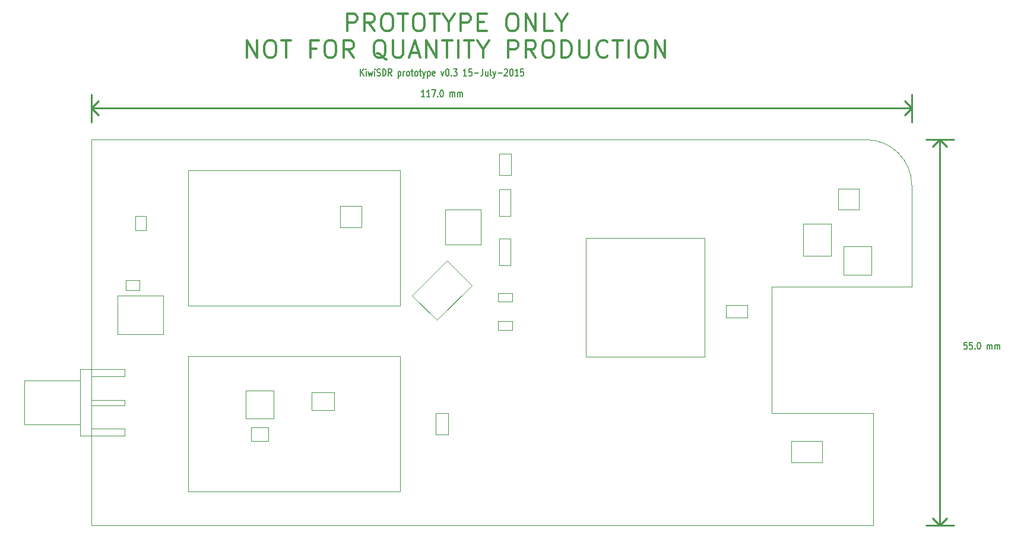
<source format=gbr>
G04 (created by PCBNEW (2013-mar-25)-stable) date Wednesday, January 13, 2016 08:40:10 PM*
%MOIN*%
G04 Gerber Fmt 3.4, Leading zero omitted, Abs format*
%FSLAX34Y34*%
G01*
G70*
G90*
G04 APERTURE LIST*
%ADD10C,0.006*%
%ADD11C,0.00590551*%
%ADD12C,0.011811*%
%ADD13C,0.00984252*%
%ADD14C,0.000393701*%
%ADD15C,0.000787402*%
G04 APERTURE END LIST*
G54D10*
G54D11*
X45031Y-24962D02*
X45031Y-24568D01*
X45211Y-24962D02*
X45076Y-24737D01*
X45211Y-24568D02*
X45031Y-24793D01*
X45346Y-24962D02*
X45346Y-24700D01*
X45346Y-24568D02*
X45331Y-24587D01*
X45346Y-24606D01*
X45361Y-24587D01*
X45346Y-24568D01*
X45346Y-24606D01*
X45466Y-24700D02*
X45526Y-24962D01*
X45586Y-24775D01*
X45646Y-24962D01*
X45706Y-24700D01*
X45826Y-24962D02*
X45826Y-24700D01*
X45826Y-24568D02*
X45811Y-24587D01*
X45826Y-24606D01*
X45841Y-24587D01*
X45826Y-24568D01*
X45826Y-24606D01*
X45961Y-24943D02*
X46006Y-24962D01*
X46081Y-24962D01*
X46111Y-24943D01*
X46126Y-24925D01*
X46141Y-24887D01*
X46141Y-24850D01*
X46126Y-24812D01*
X46111Y-24793D01*
X46081Y-24775D01*
X46021Y-24756D01*
X45991Y-24737D01*
X45976Y-24718D01*
X45961Y-24681D01*
X45961Y-24643D01*
X45976Y-24606D01*
X45991Y-24587D01*
X46021Y-24568D01*
X46096Y-24568D01*
X46141Y-24587D01*
X46276Y-24962D02*
X46276Y-24568D01*
X46351Y-24568D01*
X46396Y-24587D01*
X46426Y-24625D01*
X46441Y-24662D01*
X46456Y-24737D01*
X46456Y-24793D01*
X46441Y-24868D01*
X46426Y-24906D01*
X46396Y-24943D01*
X46351Y-24962D01*
X46276Y-24962D01*
X46771Y-24962D02*
X46666Y-24775D01*
X46591Y-24962D02*
X46591Y-24568D01*
X46711Y-24568D01*
X46741Y-24587D01*
X46756Y-24606D01*
X46771Y-24643D01*
X46771Y-24700D01*
X46756Y-24737D01*
X46741Y-24756D01*
X46711Y-24775D01*
X46591Y-24775D01*
X47146Y-24700D02*
X47146Y-25093D01*
X47146Y-24718D02*
X47176Y-24700D01*
X47236Y-24700D01*
X47266Y-24718D01*
X47281Y-24737D01*
X47296Y-24775D01*
X47296Y-24887D01*
X47281Y-24925D01*
X47266Y-24943D01*
X47236Y-24962D01*
X47176Y-24962D01*
X47146Y-24943D01*
X47431Y-24962D02*
X47431Y-24700D01*
X47431Y-24775D02*
X47446Y-24737D01*
X47461Y-24718D01*
X47491Y-24700D01*
X47521Y-24700D01*
X47671Y-24962D02*
X47641Y-24943D01*
X47626Y-24925D01*
X47611Y-24887D01*
X47611Y-24775D01*
X47626Y-24737D01*
X47641Y-24718D01*
X47671Y-24700D01*
X47716Y-24700D01*
X47746Y-24718D01*
X47761Y-24737D01*
X47776Y-24775D01*
X47776Y-24887D01*
X47761Y-24925D01*
X47746Y-24943D01*
X47716Y-24962D01*
X47671Y-24962D01*
X47866Y-24700D02*
X47986Y-24700D01*
X47911Y-24568D02*
X47911Y-24906D01*
X47926Y-24943D01*
X47956Y-24962D01*
X47986Y-24962D01*
X48136Y-24962D02*
X48106Y-24943D01*
X48091Y-24925D01*
X48076Y-24887D01*
X48076Y-24775D01*
X48091Y-24737D01*
X48106Y-24718D01*
X48136Y-24700D01*
X48181Y-24700D01*
X48211Y-24718D01*
X48226Y-24737D01*
X48241Y-24775D01*
X48241Y-24887D01*
X48226Y-24925D01*
X48211Y-24943D01*
X48181Y-24962D01*
X48136Y-24962D01*
X48331Y-24700D02*
X48451Y-24700D01*
X48376Y-24568D02*
X48376Y-24906D01*
X48391Y-24943D01*
X48421Y-24962D01*
X48451Y-24962D01*
X48526Y-24700D02*
X48601Y-24962D01*
X48676Y-24700D02*
X48601Y-24962D01*
X48571Y-25056D01*
X48556Y-25074D01*
X48526Y-25093D01*
X48796Y-24700D02*
X48796Y-25093D01*
X48796Y-24718D02*
X48826Y-24700D01*
X48886Y-24700D01*
X48916Y-24718D01*
X48931Y-24737D01*
X48946Y-24775D01*
X48946Y-24887D01*
X48931Y-24925D01*
X48916Y-24943D01*
X48886Y-24962D01*
X48826Y-24962D01*
X48796Y-24943D01*
X49201Y-24943D02*
X49171Y-24962D01*
X49111Y-24962D01*
X49081Y-24943D01*
X49066Y-24906D01*
X49066Y-24756D01*
X49081Y-24718D01*
X49111Y-24700D01*
X49171Y-24700D01*
X49201Y-24718D01*
X49216Y-24756D01*
X49216Y-24793D01*
X49066Y-24831D01*
X49561Y-24700D02*
X49636Y-24962D01*
X49711Y-24700D01*
X49891Y-24568D02*
X49921Y-24568D01*
X49951Y-24587D01*
X49966Y-24606D01*
X49981Y-24643D01*
X49996Y-24718D01*
X49996Y-24812D01*
X49981Y-24887D01*
X49966Y-24925D01*
X49951Y-24943D01*
X49921Y-24962D01*
X49891Y-24962D01*
X49861Y-24943D01*
X49846Y-24925D01*
X49831Y-24887D01*
X49816Y-24812D01*
X49816Y-24718D01*
X49831Y-24643D01*
X49846Y-24606D01*
X49861Y-24587D01*
X49891Y-24568D01*
X50131Y-24925D02*
X50146Y-24943D01*
X50131Y-24962D01*
X50116Y-24943D01*
X50131Y-24925D01*
X50131Y-24962D01*
X50251Y-24568D02*
X50446Y-24568D01*
X50341Y-24718D01*
X50386Y-24718D01*
X50416Y-24737D01*
X50431Y-24756D01*
X50446Y-24793D01*
X50446Y-24887D01*
X50431Y-24925D01*
X50416Y-24943D01*
X50386Y-24962D01*
X50296Y-24962D01*
X50266Y-24943D01*
X50251Y-24925D01*
X50986Y-24962D02*
X50806Y-24962D01*
X50896Y-24962D02*
X50896Y-24568D01*
X50866Y-24625D01*
X50836Y-24662D01*
X50806Y-24681D01*
X51271Y-24568D02*
X51121Y-24568D01*
X51106Y-24756D01*
X51121Y-24737D01*
X51151Y-24718D01*
X51226Y-24718D01*
X51256Y-24737D01*
X51271Y-24756D01*
X51286Y-24793D01*
X51286Y-24887D01*
X51271Y-24925D01*
X51256Y-24943D01*
X51226Y-24962D01*
X51151Y-24962D01*
X51121Y-24943D01*
X51106Y-24925D01*
X51421Y-24812D02*
X51661Y-24812D01*
X51901Y-24568D02*
X51901Y-24850D01*
X51886Y-24906D01*
X51856Y-24943D01*
X51811Y-24962D01*
X51781Y-24962D01*
X52185Y-24700D02*
X52185Y-24962D01*
X52050Y-24700D02*
X52050Y-24906D01*
X52065Y-24943D01*
X52095Y-24962D01*
X52140Y-24962D01*
X52170Y-24943D01*
X52185Y-24925D01*
X52380Y-24962D02*
X52350Y-24943D01*
X52335Y-24906D01*
X52335Y-24568D01*
X52470Y-24700D02*
X52545Y-24962D01*
X52620Y-24700D02*
X52545Y-24962D01*
X52515Y-25056D01*
X52500Y-25074D01*
X52470Y-25093D01*
X52740Y-24812D02*
X52980Y-24812D01*
X53115Y-24606D02*
X53130Y-24587D01*
X53160Y-24568D01*
X53235Y-24568D01*
X53265Y-24587D01*
X53280Y-24606D01*
X53295Y-24643D01*
X53295Y-24681D01*
X53280Y-24737D01*
X53100Y-24962D01*
X53295Y-24962D01*
X53490Y-24568D02*
X53520Y-24568D01*
X53550Y-24587D01*
X53565Y-24606D01*
X53580Y-24643D01*
X53595Y-24718D01*
X53595Y-24812D01*
X53580Y-24887D01*
X53565Y-24925D01*
X53550Y-24943D01*
X53520Y-24962D01*
X53490Y-24962D01*
X53460Y-24943D01*
X53445Y-24925D01*
X53430Y-24887D01*
X53415Y-24812D01*
X53415Y-24718D01*
X53430Y-24643D01*
X53445Y-24606D01*
X53460Y-24587D01*
X53490Y-24568D01*
X53895Y-24962D02*
X53715Y-24962D01*
X53805Y-24962D02*
X53805Y-24568D01*
X53775Y-24625D01*
X53745Y-24662D01*
X53715Y-24681D01*
X54180Y-24568D02*
X54030Y-24568D01*
X54015Y-24756D01*
X54030Y-24737D01*
X54060Y-24718D01*
X54135Y-24718D01*
X54165Y-24737D01*
X54180Y-24756D01*
X54195Y-24793D01*
X54195Y-24887D01*
X54180Y-24925D01*
X54165Y-24943D01*
X54135Y-24962D01*
X54060Y-24962D01*
X54030Y-24943D01*
X54015Y-24925D01*
G54D12*
X44277Y-22445D02*
X44277Y-21461D01*
X44652Y-21461D01*
X44745Y-21508D01*
X44792Y-21555D01*
X44839Y-21648D01*
X44839Y-21789D01*
X44792Y-21883D01*
X44745Y-21930D01*
X44652Y-21976D01*
X44277Y-21976D01*
X45823Y-22445D02*
X45495Y-21976D01*
X45261Y-22445D02*
X45261Y-21461D01*
X45636Y-21461D01*
X45730Y-21508D01*
X45777Y-21555D01*
X45823Y-21648D01*
X45823Y-21789D01*
X45777Y-21883D01*
X45730Y-21930D01*
X45636Y-21976D01*
X45261Y-21976D01*
X46433Y-21461D02*
X46620Y-21461D01*
X46714Y-21508D01*
X46808Y-21601D01*
X46855Y-21789D01*
X46855Y-22117D01*
X46808Y-22305D01*
X46714Y-22398D01*
X46620Y-22445D01*
X46433Y-22445D01*
X46339Y-22398D01*
X46245Y-22305D01*
X46198Y-22117D01*
X46198Y-21789D01*
X46245Y-21601D01*
X46339Y-21508D01*
X46433Y-21461D01*
X47136Y-21461D02*
X47698Y-21461D01*
X47417Y-22445D02*
X47417Y-21461D01*
X48214Y-21461D02*
X48401Y-21461D01*
X48495Y-21508D01*
X48589Y-21601D01*
X48636Y-21789D01*
X48636Y-22117D01*
X48589Y-22305D01*
X48495Y-22398D01*
X48401Y-22445D01*
X48214Y-22445D01*
X48120Y-22398D01*
X48026Y-22305D01*
X47979Y-22117D01*
X47979Y-21789D01*
X48026Y-21601D01*
X48120Y-21508D01*
X48214Y-21461D01*
X48917Y-21461D02*
X49479Y-21461D01*
X49198Y-22445D02*
X49198Y-21461D01*
X49995Y-21976D02*
X49995Y-22445D01*
X49667Y-21461D02*
X49995Y-21976D01*
X50323Y-21461D01*
X50651Y-22445D02*
X50651Y-21461D01*
X51026Y-21461D01*
X51120Y-21508D01*
X51167Y-21555D01*
X51213Y-21648D01*
X51213Y-21789D01*
X51167Y-21883D01*
X51120Y-21930D01*
X51026Y-21976D01*
X50651Y-21976D01*
X51635Y-21930D02*
X51963Y-21930D01*
X52104Y-22445D02*
X51635Y-22445D01*
X51635Y-21461D01*
X52104Y-21461D01*
X53463Y-21461D02*
X53651Y-21461D01*
X53744Y-21508D01*
X53838Y-21601D01*
X53885Y-21789D01*
X53885Y-22117D01*
X53838Y-22305D01*
X53744Y-22398D01*
X53651Y-22445D01*
X53463Y-22445D01*
X53369Y-22398D01*
X53276Y-22305D01*
X53229Y-22117D01*
X53229Y-21789D01*
X53276Y-21601D01*
X53369Y-21508D01*
X53463Y-21461D01*
X54307Y-22445D02*
X54307Y-21461D01*
X54869Y-22445D01*
X54869Y-21461D01*
X55807Y-22445D02*
X55338Y-22445D01*
X55338Y-21461D01*
X56322Y-21976D02*
X56322Y-22445D01*
X55994Y-21461D02*
X56322Y-21976D01*
X56650Y-21461D01*
X38652Y-23941D02*
X38652Y-22957D01*
X39215Y-23941D01*
X39215Y-22957D01*
X39871Y-22957D02*
X40059Y-22957D01*
X40152Y-23004D01*
X40246Y-23098D01*
X40293Y-23285D01*
X40293Y-23613D01*
X40246Y-23801D01*
X40152Y-23894D01*
X40059Y-23941D01*
X39871Y-23941D01*
X39777Y-23894D01*
X39684Y-23801D01*
X39637Y-23613D01*
X39637Y-23285D01*
X39684Y-23098D01*
X39777Y-23004D01*
X39871Y-22957D01*
X40574Y-22957D02*
X41137Y-22957D01*
X40855Y-23941D02*
X40855Y-22957D01*
X42543Y-23426D02*
X42215Y-23426D01*
X42215Y-23941D02*
X42215Y-22957D01*
X42683Y-22957D01*
X43246Y-22957D02*
X43433Y-22957D01*
X43527Y-23004D01*
X43621Y-23098D01*
X43667Y-23285D01*
X43667Y-23613D01*
X43621Y-23801D01*
X43527Y-23894D01*
X43433Y-23941D01*
X43246Y-23941D01*
X43152Y-23894D01*
X43058Y-23801D01*
X43011Y-23613D01*
X43011Y-23285D01*
X43058Y-23098D01*
X43152Y-23004D01*
X43246Y-22957D01*
X44652Y-23941D02*
X44324Y-23473D01*
X44089Y-23941D02*
X44089Y-22957D01*
X44464Y-22957D01*
X44558Y-23004D01*
X44605Y-23051D01*
X44652Y-23144D01*
X44652Y-23285D01*
X44605Y-23379D01*
X44558Y-23426D01*
X44464Y-23473D01*
X44089Y-23473D01*
X46480Y-24035D02*
X46386Y-23988D01*
X46292Y-23894D01*
X46152Y-23754D01*
X46058Y-23707D01*
X45964Y-23707D01*
X46011Y-23941D02*
X45917Y-23894D01*
X45823Y-23801D01*
X45777Y-23613D01*
X45777Y-23285D01*
X45823Y-23098D01*
X45917Y-23004D01*
X46011Y-22957D01*
X46198Y-22957D01*
X46292Y-23004D01*
X46386Y-23098D01*
X46433Y-23285D01*
X46433Y-23613D01*
X46386Y-23801D01*
X46292Y-23894D01*
X46198Y-23941D01*
X46011Y-23941D01*
X46855Y-22957D02*
X46855Y-23754D01*
X46901Y-23847D01*
X46948Y-23894D01*
X47042Y-23941D01*
X47230Y-23941D01*
X47323Y-23894D01*
X47370Y-23847D01*
X47417Y-23754D01*
X47417Y-22957D01*
X47839Y-23660D02*
X48308Y-23660D01*
X47745Y-23941D02*
X48073Y-22957D01*
X48401Y-23941D01*
X48729Y-23941D02*
X48729Y-22957D01*
X49292Y-23941D01*
X49292Y-22957D01*
X49620Y-22957D02*
X50182Y-22957D01*
X49901Y-23941D02*
X49901Y-22957D01*
X50510Y-23941D02*
X50510Y-22957D01*
X50838Y-22957D02*
X51401Y-22957D01*
X51120Y-23941D02*
X51120Y-22957D01*
X51916Y-23473D02*
X51916Y-23941D01*
X51588Y-22957D02*
X51916Y-23473D01*
X52245Y-22957D01*
X53323Y-23941D02*
X53323Y-22957D01*
X53697Y-22957D01*
X53791Y-23004D01*
X53838Y-23051D01*
X53885Y-23144D01*
X53885Y-23285D01*
X53838Y-23379D01*
X53791Y-23426D01*
X53697Y-23473D01*
X53323Y-23473D01*
X54869Y-23941D02*
X54541Y-23473D01*
X54307Y-23941D02*
X54307Y-22957D01*
X54682Y-22957D01*
X54775Y-23004D01*
X54822Y-23051D01*
X54869Y-23144D01*
X54869Y-23285D01*
X54822Y-23379D01*
X54775Y-23426D01*
X54682Y-23473D01*
X54307Y-23473D01*
X55479Y-22957D02*
X55666Y-22957D01*
X55760Y-23004D01*
X55853Y-23098D01*
X55900Y-23285D01*
X55900Y-23613D01*
X55853Y-23801D01*
X55760Y-23894D01*
X55666Y-23941D01*
X55479Y-23941D01*
X55385Y-23894D01*
X55291Y-23801D01*
X55244Y-23613D01*
X55244Y-23285D01*
X55291Y-23098D01*
X55385Y-23004D01*
X55479Y-22957D01*
X56322Y-23941D02*
X56322Y-22957D01*
X56556Y-22957D01*
X56697Y-23004D01*
X56791Y-23098D01*
X56838Y-23191D01*
X56885Y-23379D01*
X56885Y-23519D01*
X56838Y-23707D01*
X56791Y-23801D01*
X56697Y-23894D01*
X56556Y-23941D01*
X56322Y-23941D01*
X57306Y-22957D02*
X57306Y-23754D01*
X57353Y-23847D01*
X57400Y-23894D01*
X57494Y-23941D01*
X57681Y-23941D01*
X57775Y-23894D01*
X57822Y-23847D01*
X57869Y-23754D01*
X57869Y-22957D01*
X58900Y-23847D02*
X58853Y-23894D01*
X58712Y-23941D01*
X58619Y-23941D01*
X58478Y-23894D01*
X58384Y-23801D01*
X58338Y-23707D01*
X58291Y-23519D01*
X58291Y-23379D01*
X58338Y-23191D01*
X58384Y-23098D01*
X58478Y-23004D01*
X58619Y-22957D01*
X58712Y-22957D01*
X58853Y-23004D01*
X58900Y-23051D01*
X59181Y-22957D02*
X59744Y-22957D01*
X59462Y-23941D02*
X59462Y-22957D01*
X60072Y-23941D02*
X60072Y-22957D01*
X60728Y-22957D02*
X60915Y-22957D01*
X61009Y-23004D01*
X61103Y-23098D01*
X61150Y-23285D01*
X61150Y-23613D01*
X61103Y-23801D01*
X61009Y-23894D01*
X60915Y-23941D01*
X60728Y-23941D01*
X60634Y-23894D01*
X60540Y-23801D01*
X60494Y-23613D01*
X60494Y-23285D01*
X60540Y-23098D01*
X60634Y-23004D01*
X60728Y-22957D01*
X61571Y-23941D02*
X61571Y-22957D01*
X62134Y-23941D01*
X62134Y-22957D01*
G54D11*
X48631Y-26143D02*
X48451Y-26143D01*
X48541Y-26143D02*
X48541Y-25749D01*
X48511Y-25806D01*
X48481Y-25843D01*
X48451Y-25862D01*
X48931Y-26143D02*
X48751Y-26143D01*
X48841Y-26143D02*
X48841Y-25749D01*
X48811Y-25806D01*
X48781Y-25843D01*
X48751Y-25862D01*
X49036Y-25749D02*
X49246Y-25749D01*
X49111Y-26143D01*
X49366Y-26106D02*
X49381Y-26124D01*
X49366Y-26143D01*
X49351Y-26124D01*
X49366Y-26106D01*
X49366Y-26143D01*
X49576Y-25749D02*
X49606Y-25749D01*
X49636Y-25768D01*
X49651Y-25787D01*
X49666Y-25824D01*
X49681Y-25899D01*
X49681Y-25993D01*
X49666Y-26068D01*
X49651Y-26106D01*
X49636Y-26124D01*
X49606Y-26143D01*
X49576Y-26143D01*
X49546Y-26124D01*
X49531Y-26106D01*
X49516Y-26068D01*
X49501Y-25993D01*
X49501Y-25899D01*
X49516Y-25824D01*
X49531Y-25787D01*
X49546Y-25768D01*
X49576Y-25749D01*
X50056Y-26143D02*
X50056Y-25881D01*
X50056Y-25918D02*
X50071Y-25899D01*
X50101Y-25881D01*
X50146Y-25881D01*
X50176Y-25899D01*
X50191Y-25937D01*
X50191Y-26143D01*
X50191Y-25937D02*
X50206Y-25899D01*
X50236Y-25881D01*
X50281Y-25881D01*
X50311Y-25899D01*
X50326Y-25937D01*
X50326Y-26143D01*
X50476Y-26143D02*
X50476Y-25881D01*
X50476Y-25918D02*
X50491Y-25899D01*
X50521Y-25881D01*
X50566Y-25881D01*
X50596Y-25899D01*
X50611Y-25937D01*
X50611Y-26143D01*
X50611Y-25937D02*
X50626Y-25899D01*
X50656Y-25881D01*
X50701Y-25881D01*
X50731Y-25899D01*
X50746Y-25937D01*
X50746Y-26143D01*
G54D13*
X29921Y-26771D02*
X75984Y-26771D01*
X29921Y-25984D02*
X29921Y-27559D01*
X75984Y-25984D02*
X75984Y-27559D01*
X29921Y-26771D02*
X30314Y-26377D01*
X29921Y-26771D02*
X30314Y-27165D01*
X75984Y-26771D02*
X75590Y-26377D01*
X75984Y-26771D02*
X75590Y-27165D01*
G54D11*
X79081Y-39923D02*
X78931Y-39923D01*
X78916Y-40110D01*
X78931Y-40091D01*
X78961Y-40073D01*
X79036Y-40073D01*
X79066Y-40091D01*
X79081Y-40110D01*
X79096Y-40148D01*
X79096Y-40241D01*
X79081Y-40279D01*
X79066Y-40298D01*
X79036Y-40316D01*
X78961Y-40316D01*
X78931Y-40298D01*
X78916Y-40279D01*
X79381Y-39923D02*
X79231Y-39923D01*
X79216Y-40110D01*
X79231Y-40091D01*
X79261Y-40073D01*
X79336Y-40073D01*
X79366Y-40091D01*
X79381Y-40110D01*
X79396Y-40148D01*
X79396Y-40241D01*
X79381Y-40279D01*
X79366Y-40298D01*
X79336Y-40316D01*
X79261Y-40316D01*
X79231Y-40298D01*
X79216Y-40279D01*
X79531Y-40279D02*
X79546Y-40298D01*
X79531Y-40316D01*
X79516Y-40298D01*
X79531Y-40279D01*
X79531Y-40316D01*
X79741Y-39923D02*
X79771Y-39923D01*
X79801Y-39941D01*
X79816Y-39960D01*
X79831Y-39998D01*
X79846Y-40073D01*
X79846Y-40166D01*
X79831Y-40241D01*
X79816Y-40279D01*
X79801Y-40298D01*
X79771Y-40316D01*
X79741Y-40316D01*
X79711Y-40298D01*
X79696Y-40279D01*
X79681Y-40241D01*
X79666Y-40166D01*
X79666Y-40073D01*
X79681Y-39998D01*
X79696Y-39960D01*
X79711Y-39941D01*
X79741Y-39923D01*
X80221Y-40316D02*
X80221Y-40054D01*
X80221Y-40091D02*
X80236Y-40073D01*
X80266Y-40054D01*
X80311Y-40054D01*
X80341Y-40073D01*
X80356Y-40110D01*
X80356Y-40316D01*
X80356Y-40110D02*
X80371Y-40073D01*
X80401Y-40054D01*
X80446Y-40054D01*
X80476Y-40073D01*
X80491Y-40110D01*
X80491Y-40316D01*
X80641Y-40316D02*
X80641Y-40054D01*
X80641Y-40091D02*
X80656Y-40073D01*
X80686Y-40054D01*
X80731Y-40054D01*
X80761Y-40073D01*
X80776Y-40110D01*
X80776Y-40316D01*
X80776Y-40110D02*
X80791Y-40073D01*
X80821Y-40054D01*
X80866Y-40054D01*
X80896Y-40073D01*
X80911Y-40110D01*
X80911Y-40316D01*
G54D13*
X77559Y-28543D02*
X77559Y-50196D01*
X76771Y-50196D02*
X78346Y-50196D01*
X76771Y-28543D02*
X78346Y-28543D01*
X77559Y-28543D02*
X77165Y-28937D01*
X77559Y-28543D02*
X77952Y-28937D01*
X77559Y-50196D02*
X77165Y-49803D01*
X77559Y-50196D02*
X77952Y-49803D01*
G54D14*
X72145Y-34547D02*
X73720Y-34547D01*
X73720Y-34547D02*
X73720Y-36122D01*
X73720Y-36122D02*
X72145Y-36122D01*
X72145Y-36122D02*
X72145Y-34547D01*
X43543Y-43730D02*
X42283Y-43730D01*
X42283Y-43730D02*
X42283Y-42746D01*
X42283Y-42746D02*
X43543Y-42746D01*
X43543Y-42746D02*
X43543Y-43730D01*
X38877Y-44685D02*
X39862Y-44685D01*
X39862Y-44685D02*
X39862Y-45472D01*
X39862Y-45472D02*
X38877Y-45472D01*
X38877Y-45472D02*
X38877Y-44685D01*
X52834Y-34094D02*
X53464Y-34094D01*
X53464Y-34094D02*
X53464Y-35590D01*
X53464Y-35590D02*
X52834Y-35590D01*
X52834Y-35590D02*
X52834Y-34094D01*
X52834Y-31338D02*
X53464Y-31338D01*
X53464Y-31338D02*
X53464Y-32834D01*
X53464Y-32834D02*
X52834Y-32834D01*
X52834Y-32834D02*
X52834Y-31338D01*
X49803Y-32480D02*
X51771Y-32480D01*
X51771Y-32480D02*
X51771Y-34448D01*
X51771Y-34448D02*
X49803Y-34448D01*
X49803Y-34448D02*
X49803Y-32480D01*
X65541Y-38533D02*
X65541Y-37844D01*
X65541Y-37844D02*
X66742Y-37844D01*
X66742Y-37844D02*
X66742Y-38533D01*
X66742Y-38533D02*
X65541Y-38533D01*
X49950Y-45088D02*
X49261Y-45088D01*
X49261Y-45088D02*
X49261Y-43887D01*
X49261Y-43887D02*
X49950Y-43887D01*
X49950Y-43887D02*
X49950Y-45088D01*
X53494Y-30521D02*
X52805Y-30521D01*
X52805Y-30521D02*
X52805Y-29320D01*
X52805Y-29320D02*
X53494Y-29320D01*
X53494Y-29320D02*
X53494Y-30521D01*
X57677Y-40748D02*
X57677Y-34055D01*
X57677Y-34055D02*
X64370Y-34055D01*
X64370Y-34055D02*
X64370Y-40748D01*
X64370Y-40748D02*
X57677Y-40748D01*
X71850Y-31299D02*
X73031Y-31299D01*
X73031Y-31299D02*
X73031Y-32480D01*
X73031Y-32480D02*
X71850Y-32480D01*
X71850Y-32480D02*
X71850Y-31299D01*
X38582Y-42618D02*
X40157Y-42618D01*
X40157Y-42618D02*
X40157Y-44192D01*
X40157Y-44192D02*
X38582Y-44192D01*
X38582Y-44192D02*
X38582Y-42618D01*
X43897Y-33464D02*
X43897Y-32283D01*
X43897Y-32283D02*
X45078Y-32283D01*
X45078Y-32283D02*
X45078Y-33464D01*
X45078Y-33464D02*
X43897Y-33464D01*
X29921Y-28543D02*
X29921Y-50196D01*
X29921Y-50196D02*
X73818Y-50196D01*
X73818Y-50196D02*
X73818Y-43897D01*
X73818Y-43897D02*
X68110Y-43897D01*
X68110Y-36811D02*
X68110Y-43897D01*
X75984Y-36811D02*
X75984Y-31102D01*
X75984Y-36811D02*
X68110Y-36811D01*
X29921Y-28543D02*
X73425Y-28543D01*
X75984Y-31102D02*
G75*
G03X73425Y-28543I-2559J0D01*
G74*
G01*
X70944Y-46653D02*
X69212Y-46653D01*
X69212Y-46653D02*
X69212Y-45472D01*
X69212Y-45472D02*
X70944Y-45472D01*
X70944Y-45472D02*
X70944Y-46653D01*
X52755Y-37647D02*
X53543Y-37647D01*
X53543Y-37647D02*
X53543Y-37155D01*
X53543Y-37155D02*
X52755Y-37155D01*
X52755Y-37155D02*
X52755Y-37647D01*
X32972Y-32834D02*
X32972Y-33622D01*
X32972Y-33622D02*
X32381Y-33622D01*
X32381Y-33622D02*
X32381Y-32834D01*
X32381Y-32834D02*
X32972Y-32834D01*
X33956Y-37295D02*
X33956Y-39476D01*
X33956Y-39476D02*
X31397Y-39476D01*
X31397Y-39476D02*
X31397Y-37295D01*
X31397Y-37295D02*
X33956Y-37295D01*
G54D15*
X29271Y-42066D02*
X26161Y-42066D01*
X26161Y-42066D02*
X26161Y-44547D01*
X26161Y-44547D02*
X29271Y-44547D01*
X31791Y-41832D02*
X31791Y-41431D01*
X31791Y-41431D02*
X29271Y-41431D01*
X29271Y-41431D02*
X29271Y-45183D01*
X29271Y-45183D02*
X31791Y-45183D01*
X31791Y-44781D02*
X31791Y-45183D01*
X29921Y-41832D02*
X31791Y-41832D01*
X29921Y-41832D02*
X29921Y-44781D01*
X29921Y-44781D02*
X31791Y-44781D01*
X29921Y-43157D02*
X31791Y-43157D01*
X29921Y-43456D02*
X31791Y-43456D01*
X31791Y-43157D02*
X31791Y-43456D01*
G54D14*
X69893Y-35053D02*
X69893Y-33253D01*
X69893Y-33253D02*
X71444Y-33253D01*
X71444Y-33253D02*
X71444Y-35053D01*
X71444Y-35053D02*
X69893Y-35053D01*
X52755Y-39222D02*
X53543Y-39222D01*
X53543Y-39222D02*
X53543Y-38730D01*
X53543Y-38730D02*
X52755Y-38730D01*
X52755Y-38730D02*
X52755Y-39222D01*
X47935Y-37286D02*
X49884Y-35337D01*
X47935Y-37286D02*
X49327Y-38678D01*
X51276Y-36729D02*
X49884Y-35337D01*
X49327Y-38678D02*
X51276Y-36729D01*
X47244Y-37854D02*
X35370Y-37854D01*
X35370Y-37854D02*
X35370Y-30255D01*
X35370Y-30255D02*
X47244Y-30255D01*
X47244Y-30255D02*
X47244Y-37854D01*
X47244Y-48287D02*
X35370Y-48287D01*
X35370Y-48287D02*
X35370Y-40688D01*
X35370Y-40688D02*
X47244Y-40688D01*
X47244Y-40688D02*
X47244Y-48287D01*
X31850Y-36417D02*
X32637Y-36417D01*
X32637Y-36417D02*
X32637Y-37007D01*
X32637Y-37007D02*
X31850Y-37007D01*
X31850Y-37007D02*
X31850Y-36417D01*
M02*

</source>
